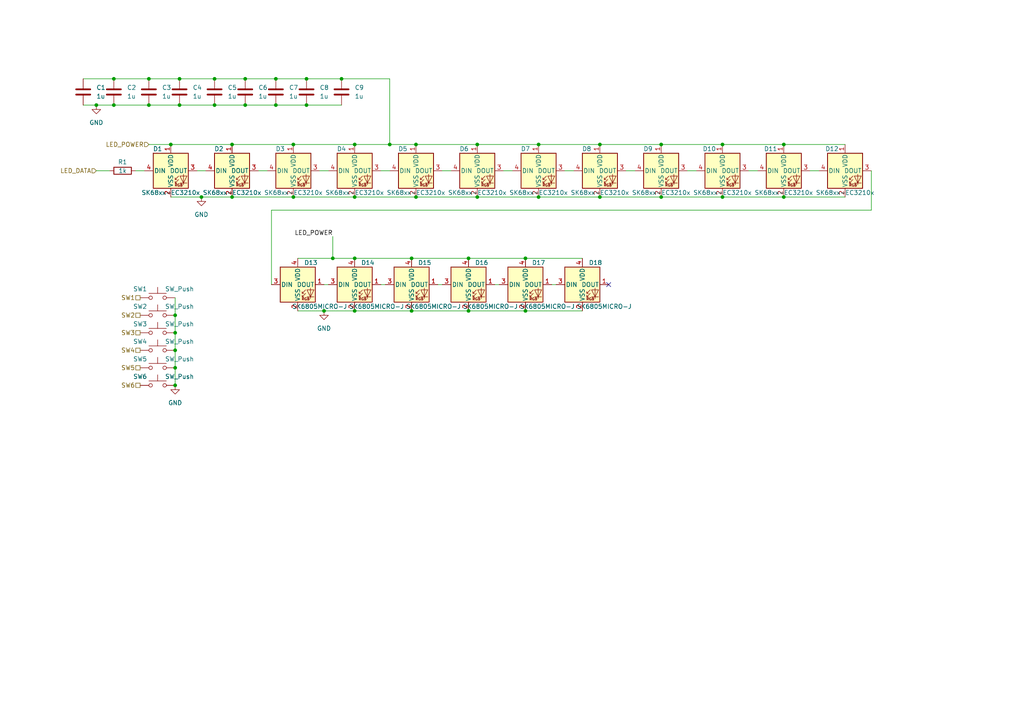
<source format=kicad_sch>
(kicad_sch (version 20230121) (generator eeschema)
  (paper "A4")
  (lib_symbols
    (symbol "Device:C" (pin_numbers hide) (pin_names (offset 0.254))
      (property "Reference" "C" (at 0.635 2.54 0))
      (property "Value" "C" (at 0.635 -2.54 0))
      (symbol "C_0_1"
        (polyline (pts (xy -2.032 -0.762) (xy 2.032 -0.762)) (stroke (width 0.508)))
        (polyline (pts (xy -2.032 0.762) (xy 2.032 0.762)) (stroke (width 0.508)))
      )
      (symbol "C_1_1"
        (pin passive line (at 0 3.81 270) (length 2.794) (name "~") (number "1"))
        (pin passive line (at 0 -3.81 90) (length 2.794) (name "~") (number "2"))
      )
    )
    (symbol "Device:R" (pin_numbers hide) (pin_names (offset 0))
      (property "Reference" "R" (at 2.032 0 90))
      (property "Value" "R" (at 0 0 90))
      (symbol "R_0_1"
        (rectangle (start -1.016 -2.54) (end 1.016 2.54) (stroke (width 0.254)))
      )
      (symbol "R_1_1"
        (pin passive line (at 0 3.81 270) (length 1.27) (name "~") (number "1"))
        (pin passive line (at 0 -3.81 90) (length 1.27) (name "~") (number "2"))
      )
    )
    (symbol "LED:SK6812MINI" (pin_names (offset 0.254))
      (property "Reference" "D" (at 5.08 5.715 0))
      (property "Value" "SK6812MINI" (at 1.27 -5.715 0))
      (symbol "SK6812MINI_0_0"
        (text "RGB" (at 2.286 -4.191 0) (effects (font (size 0.762 0.762))))
      )
      (symbol "SK6812MINI_0_1"
        (polyline (pts (xy 1.27 -3.556) (xy 1.778 -3.556)))
        (polyline (pts (xy 1.27 -2.54) (xy 1.778 -2.54)))
        (polyline (pts (xy 4.699 -3.556) (xy 2.667 -3.556)))
        (polyline (pts (xy 2.286 -2.54) (xy 1.27 -3.556) (xy 1.27 -3.048)))
        (polyline (pts (xy 2.286 -1.524) (xy 1.27 -2.54) (xy 1.27 -2.032)))
        (polyline (pts (xy 3.683 -1.016) (xy 3.683 -3.556) (xy 3.683 -4.064)))
        (polyline (pts (xy 4.699 -1.524) (xy 2.667 -1.524) (xy 3.683 -3.556) (xy 4.699 -1.524)))
        (rectangle (start 5.08 5.08) (end -5.08 -5.08) (stroke (width 0.254)) (fill (type background)))
      )
      (symbol "SK6812MINI_1_1"
        (pin output line (at 7.62 0 180) (length 2.54) (name "DOUT") (number "1"))
        (pin power_in line (at 0 -7.62 90) (length 2.54) (name "VSS") (number "2"))
        (pin input line (at -7.62 0 0) (length 2.54) (name "DIN") (number "3"))
        (pin power_in line (at 0 7.62 270) (length 2.54) (name "VDD") (number "4"))
      )
    )
    (symbol "Switch:SW_Push" (pin_numbers hide) (pin_names (offset 1.016) hide)
      (property "Reference" "SW" (at 1.27 2.54 0))
      (property "Value" "SW_Push" (at 0 -1.524 0))
      (symbol "SW_Push_0_1"
        (circle (center -2.032 0) (radius 0.508))
        (polyline (pts (xy 0 1.27) (xy 0 3.048)))
        (polyline (pts (xy 2.54 1.27) (xy -2.54 1.27)))
        (circle (center 2.032 0) (radius 0.508))
        (pin passive line (at -5.08 0 0) (length 2.54) (name "1") (number "1"))
        (pin passive line (at 5.08 0 180) (length 2.54) (name "2") (number "2"))
      )
    )
    (symbol "tildagon:SK6805SIDE-S" (pin_names (offset 0.254))
      (property "Reference" "D" (at 5.08 5.715 0))
      (property "Value" "SK6805SIDE-S" (at 1.27 -5.715 0))
      (symbol "SK6805SIDE-S_0_0"
        (text "RGB" (at 2.286 -4.191 0) (effects (font (size 0.762 0.762))))
      )
      (symbol "SK6805SIDE-S_0_1"
        (rectangle (start -5.08 5.08) (end 5.08 -5.08) (stroke (width 0.254)) (fill (type background)))
        (polyline (pts (xy 1.27 -3.556) (xy 1.778 -3.556)))
        (polyline (pts (xy 1.27 -2.54) (xy 1.778 -2.54)))
        (polyline (pts (xy 4.699 -3.556) (xy 2.667 -3.556)))
        (polyline (pts (xy 2.286 -2.54) (xy 1.27 -3.556) (xy 1.27 -3.048)))
        (polyline (pts (xy 2.286 -1.524) (xy 1.27 -2.54) (xy 1.27 -2.032)))
        (polyline (pts (xy 3.683 -1.016) (xy 3.683 -3.556) (xy 3.683 -4.064)))
        (polyline (pts (xy 4.699 -1.524) (xy 2.667 -1.524) (xy 3.683 -3.556) (xy 4.699 -1.524)))
      )
      (symbol "SK6805SIDE-S_1_1"
        (pin power_in line (at 0 7.62 270) (length 2.54) (name "VDD") (number "1"))
        (pin power_in line (at 0 -7.62 90) (length 2.54) (name "VSS") (number "2"))
        (pin output line (at 7.62 0 180) (length 2.54) (name "DOUT") (number "3"))
        (pin input line (at -7.62 0 0) (length 2.54) (name "DIN") (number "4"))
      )
    )
    (symbol "power:GND" (power) (pin_names (offset 0))
      (property "Value" "GND" (at 0 -3.81 0))
      (symbol "GND_0_1"
        (polyline (pts (xy 0 0) (xy 0 -1.27) (xy 1.27 -1.27) (xy 0 -2.54) (xy -1.27 -1.27) (xy 0 -1.27)))
      )
      (symbol "GND_1_1"
        (pin power_in line (at 0 0 270) (length 0) hide (name "GND") (number "1"))
      )
    )
  )
  (junction (at 135.89 74.93))
  (junction (at 191.77 41.91))
  (junction (at 33.02 30.48))
  (junction (at 50.8 101.6))
  (junction (at 120.65 57.15))
  (junction (at 80.01 22.86))
  (junction (at 50.8 106.68))
  (junction (at 50.8 111.76))
  (junction (at 67.31 57.15))
  (junction (at 113.03 41.91))
  (junction (at 120.65 41.91))
  (junction (at 88.9 22.86))
  (junction (at 102.87 90.17))
  (junction (at 138.43 57.15))
  (junction (at 27.94 30.48))
  (junction (at 43.18 30.48))
  (junction (at 43.18 22.86))
  (junction (at 227.33 41.91))
  (junction (at 209.55 41.91))
  (junction (at 88.9 30.48))
  (junction (at 135.89 90.17))
  (junction (at 102.87 41.91))
  (junction (at 102.87 74.93))
  (junction (at 58.42 57.15))
  (junction (at 33.02 22.86))
  (junction (at 52.07 22.86))
  (junction (at 99.06 22.86))
  (junction (at 138.43 41.91))
  (junction (at 50.8 91.44))
  (junction (at 93.98 90.17))
  (junction (at 71.12 30.48))
  (junction (at 152.4 74.93))
  (junction (at 152.4 90.17))
  (junction (at 62.23 30.48))
  (junction (at 62.23 22.86))
  (junction (at 119.38 90.17))
  (junction (at 227.33 57.15))
  (junction (at 49.53 41.91))
  (junction (at 80.01 30.48))
  (junction (at 173.99 41.91))
  (junction (at 191.77 57.15))
  (junction (at 50.8 96.52))
  (junction (at 52.07 30.48))
  (junction (at 119.38 74.93))
  (junction (at 67.31 41.91))
  (junction (at 102.87 57.15))
  (junction (at 85.09 41.91))
  (junction (at 96.52 74.93))
  (junction (at 156.21 41.91))
  (junction (at 173.99 57.15))
  (junction (at 209.55 57.15))
  (junction (at 85.09 57.15))
  (junction (at 156.21 57.15))
  (junction (at 71.12 22.86))
  (no_connect (at 176.53 82.55))
  (wire (pts (xy 74.93 49.53) (xy 77.47 49.53)))
  (wire (pts (xy 113.03 41.91) (xy 113.03 22.86)))
  (wire (pts (xy 119.38 74.93) (xy 135.89 74.93)))
  (wire (pts (xy 199.39 49.53) (xy 201.93 49.53)))
  (wire (pts (xy 143.51 82.55) (xy 144.78 82.55)))
  (wire (pts (xy 58.42 57.15) (xy 67.31 57.15)))
  (wire (pts (xy 96.52 74.93) (xy 96.52 68.58)))
  (wire (pts (xy 49.53 57.15) (xy 58.42 57.15)))
  (wire (pts (xy 50.8 106.68) (xy 50.8 111.76)))
  (wire (pts (xy 252.73 60.96) (xy 78.74 60.96)))
  (wire (pts (xy 71.12 22.86) (xy 80.01 22.86)))
  (wire (pts (xy 33.02 30.48) (xy 43.18 30.48)))
  (wire (pts (xy 62.23 30.48) (xy 71.12 30.48)))
  (wire (pts (xy 163.83 49.53) (xy 166.37 49.53)))
  (wire (pts (xy 119.38 90.17) (xy 135.89 90.17)))
  (wire (pts (xy 191.77 41.91) (xy 209.55 41.91)))
  (wire (pts (xy 88.9 30.48) (xy 99.06 30.48)))
  (wire (pts (xy 67.31 41.91) (xy 85.09 41.91)))
  (wire (pts (xy 227.33 41.91) (xy 245.11 41.91)))
  (wire (pts (xy 80.01 22.86) (xy 88.9 22.86)))
  (wire (pts (xy 102.87 41.91) (xy 113.03 41.91)))
  (wire (pts (xy 24.13 22.86) (xy 33.02 22.86)))
  (wire (pts (xy 50.8 86.36) (xy 50.8 91.44)))
  (wire (pts (xy 113.03 22.86) (xy 99.06 22.86)))
  (wire (pts (xy 93.98 90.17) (xy 102.87 90.17)))
  (wire (pts (xy 227.33 57.15) (xy 245.11 57.15)))
  (wire (pts (xy 120.65 57.15) (xy 138.43 57.15)))
  (wire (pts (xy 191.77 57.15) (xy 209.55 57.15)))
  (wire (pts (xy 102.87 57.15) (xy 120.65 57.15)))
  (wire (pts (xy 217.17 49.53) (xy 219.71 49.53)))
  (wire (pts (xy 49.53 41.91) (xy 67.31 41.91)))
  (wire (pts (xy 102.87 74.93) (xy 119.38 74.93)))
  (wire (pts (xy 110.49 82.55) (xy 111.76 82.55)))
  (wire (pts (xy 146.05 49.53) (xy 148.59 49.53)))
  (wire (pts (xy 52.07 22.86) (xy 62.23 22.86)))
  (wire (pts (xy 138.43 41.91) (xy 156.21 41.91)))
  (wire (pts (xy 110.49 49.53) (xy 113.03 49.53)))
  (wire (pts (xy 152.4 74.93) (xy 168.91 74.93)))
  (wire (pts (xy 43.18 22.86) (xy 52.07 22.86)))
  (wire (pts (xy 67.31 57.15) (xy 85.09 57.15)))
  (wire (pts (xy 181.61 49.53) (xy 184.15 49.53)))
  (wire (pts (xy 43.18 30.48) (xy 52.07 30.48)))
  (wire (pts (xy 135.89 74.93) (xy 152.4 74.93)))
  (wire (pts (xy 160.02 82.55) (xy 161.29 82.55)))
  (wire (pts (xy 71.12 30.48) (xy 80.01 30.48)))
  (wire (pts (xy 209.55 57.15) (xy 227.33 57.15)))
  (wire (pts (xy 252.73 49.53) (xy 252.73 60.96)))
  (wire (pts (xy 156.21 57.15) (xy 173.99 57.15)))
  (wire (pts (xy 43.18 41.91) (xy 49.53 41.91)))
  (wire (pts (xy 50.8 91.44) (xy 50.8 96.52)))
  (wire (pts (xy 92.71 49.53) (xy 95.25 49.53)))
  (wire (pts (xy 86.36 74.93) (xy 96.52 74.93)))
  (wire (pts (xy 120.65 41.91) (xy 138.43 41.91)))
  (wire (pts (xy 128.27 49.53) (xy 130.81 49.53)))
  (wire (pts (xy 209.55 41.91) (xy 227.33 41.91)))
  (wire (pts (xy 39.37 49.53) (xy 41.91 49.53)))
  (wire (pts (xy 88.9 22.86) (xy 99.06 22.86)))
  (wire (pts (xy 24.13 30.48) (xy 27.94 30.48)))
  (wire (pts (xy 85.09 41.91) (xy 102.87 41.91)))
  (wire (pts (xy 135.89 90.17) (xy 152.4 90.17)))
  (wire (pts (xy 57.15 49.53) (xy 59.69 49.53)))
  (wire (pts (xy 152.4 90.17) (xy 168.91 90.17)))
  (wire (pts (xy 173.99 57.15) (xy 191.77 57.15)))
  (wire (pts (xy 156.21 41.91) (xy 173.99 41.91)))
  (wire (pts (xy 173.99 41.91) (xy 191.77 41.91)))
  (wire (pts (xy 50.8 101.6) (xy 50.8 106.68)))
  (wire (pts (xy 62.23 22.86) (xy 71.12 22.86)))
  (wire (pts (xy 86.36 90.17) (xy 93.98 90.17)))
  (wire (pts (xy 102.87 90.17) (xy 119.38 90.17)))
  (wire (pts (xy 96.52 74.93) (xy 102.87 74.93)))
  (wire (pts (xy 234.95 49.53) (xy 237.49 49.53)))
  (wire (pts (xy 113.03 41.91) (xy 120.65 41.91)))
  (wire (pts (xy 85.09 57.15) (xy 102.87 57.15)))
  (wire (pts (xy 33.02 22.86) (xy 43.18 22.86)))
  (wire (pts (xy 52.07 30.48) (xy 62.23 30.48)))
  (wire (pts (xy 138.43 57.15) (xy 156.21 57.15)))
  (wire (pts (xy 127 82.55) (xy 128.27 82.55)))
  (wire (pts (xy 50.8 96.52) (xy 50.8 101.6)))
  (wire (pts (xy 27.94 30.48) (xy 33.02 30.48)))
  (wire (pts (xy 27.94 49.53) (xy 31.75 49.53)))
  (wire (pts (xy 93.98 82.55) (xy 95.25 82.55)))
  (wire (pts (xy 78.74 60.96) (xy 78.74 82.55)))
  (wire (pts (xy 80.01 30.48) (xy 88.9 30.48)))
  (label "LED_POWER" (at 96.52 68.58 180))
  (hierarchical_label "SW1" (shape passive) (at 40.64 86.36 180))
  (hierarchical_label "SW5" (shape passive) (at 40.64 106.68 180))
  (hierarchical_label "LED_POWER" (shape input) (at 43.18 41.91 180))
  (hierarchical_label "SW6" (shape passive) (at 40.64 111.76 180))
  (hierarchical_label "SW3" (shape passive) (at 40.64 96.52 180))
  (hierarchical_label "SW4" (shape passive) (at 40.64 101.6 180))
  (hierarchical_label "SW2" (shape passive) (at 40.64 91.44 180))
  (hierarchical_label "LED_DATA" (shape input) (at 27.94 49.53 180))
  (symbol (lib_id "Device:C") (at 80.01 26.67 0) (unit 1)
    (property "Reference" "C7" (at 83.82 25.4 0) (effects (justify left)))
    (property "Value" "1u" (at 83.82 27.94 0) (effects (justify left)))
    (property "Footprint" "Capacitor_SMD:C_0402_1005Metric" (effects hide))
  )
  (symbol (lib_id "tildagon:SK6805SIDE-S") (at 49.53 49.53 0) (unit 1)
    (property "Reference" "D1" (at 45.72 43.18 0))
    (property "Value" "SK68xx-EC3210x" (at 49.53 55.88 0))
    (property "Footprint" "tildagon:SK6805SIDE-S" (effects hide))
    (property "Datasheet" "https://datasheet.lcsc.com/lcsc/2306131605_OPSCO-Optoelectronics-SK6805SIDE-S_C2909057.pdf" (effects hide))
  )
  (symbol (lib_id "Switch:SW_Push") (at 45.72 86.36 0) (unit 1)
    (property "Reference" "SW1" (at 40.64 83.82 0))
    (property "Value" "SW_Push" (at 52.07 83.82 0))
    (property "Footprint" "tildagon:sidebutton-1TS003B-1400-3500A-CT" (effects hide))
  )
  (symbol (lib_id "LED:SK6812MINI") (at 102.87 82.55 0) (unit 1)
    (property "Reference" "D14" (at 106.68 76.2 0))
    (property "Value" "SK6805MICRO-J" (at 109.22 88.9 0))
    (property "Footprint" "tildagon:LED_SK6805_PLCC4_2.4x2.7mm_P1.3mm" (effects hide))
    (property "Datasheet" "https://cdn-shop.adafruit.com/product-files/2686/SK6812MINI_REV.01-1-2.pdf" (effects hide))
  )
  (symbol (lib_id "tildagon:SK6805SIDE-S") (at 67.31 49.53 0) (unit 1)
    (property "Reference" "D2" (at 63.5 43.18 0))
    (property "Value" "SK68xx-EC3210x" (at 67.31 55.88 0))
    (property "Footprint" "tildagon:SK6805SIDE-S" (effects hide))
    (property "Datasheet" "https://datasheet.lcsc.com/lcsc/2306131605_OPSCO-Optoelectronics-SK6805SIDE-S_C2909057.pdf" (effects hide))
  )
  (symbol (lib_id "Switch:SW_Push") (at 45.72 106.68 0) (unit 1)
    (property "Reference" "SW5" (at 40.64 104.14 0))
    (property "Value" "SW_Push" (at 52.07 104.14 0))
    (property "Footprint" "tildagon:sidebutton-1TS003B-1400-3500A-CT" (effects hide))
  )
  (symbol (lib_id "Device:C") (at 52.07 26.67 0) (unit 1)
    (property "Reference" "C4" (at 55.88 25.4 0) (effects (justify left)))
    (property "Value" "1u" (at 55.88 27.94 0) (effects (justify left)))
    (property "Footprint" "Capacitor_SMD:C_0402_1005Metric" (effects hide))
  )
  (symbol (lib_id "power:GND") (at 27.94 30.48 0) (unit 1)
    (property "Reference" "#PWR03" (effects hide))
    (property "Value" "GND" (at 27.94 35.56 0))
  )
  (symbol (lib_id "Device:C") (at 88.9 26.67 0) (unit 1)
    (property "Reference" "C8" (at 92.71 25.4 0) (effects (justify left)))
    (property "Value" "1u" (at 92.71 27.94 0) (effects (justify left)))
    (property "Footprint" "Capacitor_SMD:C_0402_1005Metric" (effects hide))
  )
  (symbol (lib_id "tildagon:SK6805SIDE-S") (at 209.55 49.53 0) (unit 1)
    (property "Reference" "D10" (at 205.74 43.18 0))
    (property "Value" "SK68xx-EC3210x" (at 209.55 55.88 0))
    (property "Footprint" "tildagon:SK6805SIDE-S" (effects hide))
    (property "Datasheet" "https://datasheet.lcsc.com/lcsc/2306131605_OPSCO-Optoelectronics-SK6805SIDE-S_C2909057.pdf" (effects hide))
  )
  (symbol (lib_id "LED:SK6812MINI") (at 119.38 82.55 0) (unit 1)
    (property "Reference" "D15" (at 123.19 76.2 0))
    (property "Value" "SK6805MICRO-J" (at 125.73 88.9 0))
    (property "Footprint" "tildagon:LED_SK6805_PLCC4_2.4x2.7mm_P1.3mm" (effects hide))
    (property "Datasheet" "https://cdn-shop.adafruit.com/product-files/2686/SK6812MINI_REV.01-1-2.pdf" (effects hide))
  )
  (symbol (lib_id "tildagon:SK6805SIDE-S") (at 102.87 49.53 0) (unit 1)
    (property "Reference" "D4" (at 99.06 43.18 0))
    (property "Value" "SK68xx-EC3210x" (at 102.87 55.88 0))
    (property "Footprint" "tildagon:SK6805SIDE-S" (effects hide))
    (property "Datasheet" "https://datasheet.lcsc.com/lcsc/2306131605_OPSCO-Optoelectronics-SK6805SIDE-S_C2909057.pdf" (effects hide))
  )
  (symbol (lib_id "Device:C") (at 43.18 26.67 0) (unit 1)
    (property "Reference" "C3" (at 46.99 25.4 0) (effects (justify left)))
    (property "Value" "1u" (at 46.99 27.94 0) (effects (justify left)))
    (property "Footprint" "Capacitor_SMD:C_0402_1005Metric" (effects hide))
  )
  (symbol (lib_id "power:GND") (at 58.42 57.15 0) (unit 1)
    (property "Reference" "#PWR01" (effects hide))
    (property "Value" "GND" (at 58.42 62.23 0))
  )
  (symbol (lib_id "Device:C") (at 33.02 26.67 0) (unit 1)
    (property "Reference" "C2" (at 36.83 25.4 0) (effects (justify left)))
    (property "Value" "1u" (at 36.83 27.94 0) (effects (justify left)))
    (property "Footprint" "Capacitor_SMD:C_0402_1005Metric" (effects hide))
  )
  (symbol (lib_id "Device:C") (at 99.06 26.67 0) (unit 1)
    (property "Reference" "C9" (at 102.87 25.4 0) (effects (justify left)))
    (property "Value" "1u" (at 102.87 27.94 0) (effects (justify left)))
    (property "Footprint" "Capacitor_SMD:C_0402_1005Metric" (effects hide))
  )
  (symbol (lib_id "LED:SK6812MINI") (at 168.91 82.55 0) (unit 1)
    (property "Reference" "D18" (at 172.72 76.2 0))
    (property "Value" "SK6805MICRO-J" (at 175.26 88.9 0))
    (property "Footprint" "tildagon:LED_SK6805_PLCC4_2.4x2.7mm_P1.3mm" (effects hide))
    (property "Datasheet" "https://cdn-shop.adafruit.com/product-files/2686/SK6812MINI_REV.01-1-2.pdf" (effects hide))
  )
  (symbol (lib_id "power:GND") (at 50.8 111.76 0) (unit 1)
    (property "Reference" "#PWR02" (effects hide))
    (property "Value" "GND" (at 50.8 116.84 0))
  )
  (symbol (lib_id "Device:C") (at 62.23 26.67 0) (unit 1)
    (property "Reference" "C5" (at 66.04 25.4 0) (effects (justify left)))
    (property "Value" "1u" (at 66.04 27.94 0) (effects (justify left)))
    (property "Footprint" "Capacitor_SMD:C_0402_1005Metric" (effects hide))
  )
  (symbol (lib_id "Device:R") (at 35.56 49.53 90) (unit 1)
    (property "Reference" "R1" (at 35.56 46.99 90))
    (property "Value" "1k" (at 35.56 49.53 90))
    (property "Footprint" "Resistor_SMD:R_0402_1005Metric" (effects hide))
  )
  (symbol (lib_id "Switch:SW_Push") (at 45.72 91.44 0) (unit 1)
    (property "Reference" "SW2" (at 40.64 88.9 0))
    (property "Value" "SW_Push" (at 52.07 88.9 0))
    (property "Footprint" "tildagon:sidebutton-1TS003B-1400-3500A-CT" (effects hide))
  )
  (symbol (lib_id "tildagon:SK6805SIDE-S") (at 245.11 49.53 0) (unit 1)
    (property "Reference" "D12" (at 241.3 43.18 0))
    (property "Value" "SK68xx-EC3210x" (at 245.11 55.88 0))
    (property "Footprint" "tildagon:SK6805SIDE-S" (effects hide))
    (property "Datasheet" "https://datasheet.lcsc.com/lcsc/2306131605_OPSCO-Optoelectronics-SK6805SIDE-S_C2909057.pdf" (effects hide))
  )
  (symbol (lib_id "tildagon:SK6805SIDE-S") (at 120.65 49.53 0) (unit 1)
    (property "Reference" "D5" (at 116.84 43.18 0))
    (property "Value" "SK68xx-EC3210x" (at 120.65 55.88 0))
    (property "Footprint" "tildagon:SK6805SIDE-S" (effects hide))
    (property "Datasheet" "https://datasheet.lcsc.com/lcsc/2306131605_OPSCO-Optoelectronics-SK6805SIDE-S_C2909057.pdf" (effects hide))
  )
  (symbol (lib_id "tildagon:SK6805SIDE-S") (at 138.43 49.53 0) (unit 1)
    (property "Reference" "D6" (at 134.62 43.18 0))
    (property "Value" "SK68xx-EC3210x" (at 138.43 55.88 0))
    (property "Footprint" "tildagon:SK6805SIDE-S" (effects hide))
    (property "Datasheet" "https://datasheet.lcsc.com/lcsc/2306131605_OPSCO-Optoelectronics-SK6805SIDE-S_C2909057.pdf" (effects hide))
  )
  (symbol (lib_id "LED:SK6812MINI") (at 135.89 82.55 0) (unit 1)
    (property "Reference" "D16" (at 139.7 76.2 0))
    (property "Value" "SK6805MICRO-J" (at 142.24 88.9 0))
    (property "Footprint" "tildagon:LED_SK6805_PLCC4_2.4x2.7mm_P1.3mm" (effects hide))
    (property "Datasheet" "https://cdn-shop.adafruit.com/product-files/2686/SK6812MINI_REV.01-1-2.pdf" (effects hide))
  )
  (symbol (lib_id "Device:C") (at 71.12 26.67 0) (unit 1)
    (property "Reference" "C6" (at 74.93 25.4 0) (effects (justify left)))
    (property "Value" "1u" (at 74.93 27.94 0) (effects (justify left)))
    (property "Footprint" "Capacitor_SMD:C_0402_1005Metric" (effects hide))
  )
  (symbol (lib_id "tildagon:SK6805SIDE-S") (at 173.99 49.53 0) (unit 1)
    (property "Reference" "D8" (at 170.18 43.18 0))
    (property "Value" "SK68xx-EC3210x" (at 173.99 55.88 0))
    (property "Footprint" "tildagon:SK6805SIDE-S" (effects hide))
    (property "Datasheet" "https://datasheet.lcsc.com/lcsc/2306131605_OPSCO-Optoelectronics-SK6805SIDE-S_C2909057.pdf" (effects hide))
  )
  (symbol (lib_id "tildagon:SK6805SIDE-S") (at 85.09 49.53 0) (unit 1)
    (property "Reference" "D3" (at 81.28 43.18 0))
    (property "Value" "SK68xx-EC3210x" (at 85.09 55.88 0))
    (property "Footprint" "tildagon:SK6805SIDE-S" (effects hide))
    (property "Datasheet" "https://datasheet.lcsc.com/lcsc/2306131605_OPSCO-Optoelectronics-SK6805SIDE-S_C2909057.pdf" (effects hide))
  )
  (symbol (lib_id "tildagon:SK6805SIDE-S") (at 156.21 49.53 0) (unit 1)
    (property "Reference" "D7" (at 152.4 43.18 0))
    (property "Value" "SK68xx-EC3210x" (at 156.21 55.88 0))
    (property "Footprint" "tildagon:SK6805SIDE-S" (effects hide))
    (property "Datasheet" "https://datasheet.lcsc.com/lcsc/2306131605_OPSCO-Optoelectronics-SK6805SIDE-S_C2909057.pdf" (effects hide))
  )
  (symbol (lib_id "Switch:SW_Push") (at 45.72 101.6 0) (unit 1)
    (property "Reference" "SW4" (at 40.64 99.06 0))
    (property "Value" "SW_Push" (at 52.07 99.06 0))
    (property "Footprint" "tildagon:sidebutton-1TS003B-1400-3500A-CT" (effects hide))
  )
  (symbol (lib_id "tildagon:SK6805SIDE-S") (at 227.33 49.53 0) (unit 1)
    (property "Reference" "D11" (at 223.52 43.18 0))
    (property "Value" "SK68xx-EC3210x" (at 227.33 55.88 0))
    (property "Footprint" "tildagon:SK6805SIDE-S" (effects hide))
    (property "Datasheet" "https://datasheet.lcsc.com/lcsc/2306131605_OPSCO-Optoelectronics-SK6805SIDE-S_C2909057.pdf" (effects hide))
  )
  (symbol (lib_id "Switch:SW_Push") (at 45.72 111.76 0) (unit 1)
    (property "Reference" "SW6" (at 40.64 109.22 0))
    (property "Value" "SW_Push" (at 52.07 109.22 0))
    (property "Footprint" "tildagon:sidebutton-1TS003B-1400-3500A-CT" (effects hide))
  )
  (symbol (lib_id "LED:SK6812MINI") (at 86.36 82.55 0) (unit 1)
    (property "Reference" "D13" (at 90.17 76.2 0))
    (property "Value" "SK6805MICRO-J" (at 92.71 88.9 0))
    (property "Footprint" "tildagon:LED_SK6805_PLCC4_2.4x2.7mm_P1.3mm" (effects hide))
    (property "Datasheet" "https://cdn-shop.adafruit.com/product-files/2686/SK6812MINI_REV.01-1-2.pdf" (effects hide))
  )
  (symbol (lib_id "LED:SK6812MINI") (at 152.4 82.55 0) (unit 1)
    (property "Reference" "D17" (at 156.21 76.2 0))
    (property "Value" "SK6805MICRO-J" (at 158.75 88.9 0))
    (property "Footprint" "tildagon:LED_SK6805_PLCC4_2.4x2.7mm_P1.3mm" (effects hide))
    (property "Datasheet" "https://cdn-shop.adafruit.com/product-files/2686/SK6812MINI_REV.01-1-2.pdf" (effects hide))
  )
  (symbol (lib_id "Device:C") (at 24.13 26.67 0) (unit 1)
    (property "Reference" "C1" (at 27.94 25.4 0) (effects (justify left)))
    (property "Value" "1u" (at 27.94 27.94 0) (effects (justify left)))
    (property "Footprint" "Capacitor_SMD:C_0402_1005Metric" (effects hide))
  )
  (symbol (lib_id "power:GND") (at 93.98 90.17 0) (unit 1)
    (property "Reference" "#PWR05" (effects hide))
    (property "Value" "GND" (at 93.98 95.25 0))
  )
  (symbol (lib_id "tildagon:SK6805SIDE-S") (at 191.77 49.53 0) (unit 1)
    (property "Reference" "D9" (at 187.96 43.18 0))
    (property "Value" "SK68xx-EC3210x" (at 191.77 55.88 0))
    (property "Footprint" "tildagon:SK6805SIDE-S" (effects hide))
    (property "Datasheet" "https://datasheet.lcsc.com/lcsc/2306131605_OPSCO-Optoelectronics-SK6805SIDE-S_C2909057.pdf" (effects hide))
  )
  (symbol (lib_id "Switch:SW_Push") (at 45.72 96.52 0) (unit 1)
    (property "Reference" "SW3" (at 40.64 93.98 0))
    (property "Value" "SW_Push" (at 52.07 93.98 0))
    (property "Footprint" "tildagon:sidebutton-1TS003B-1400-3500A-CT" (effects hide))
  )
)
</source>
